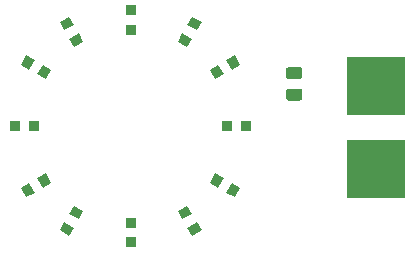
<source format=gts>
G04 #@! TF.GenerationSoftware,KiCad,Pcbnew,(5.1.8)-1*
G04 #@! TF.CreationDate,2021-07-03T11:30:39-04:00*
G04 #@! TF.ProjectId,K40-LED_PCB,4b34302d-4c45-4445-9f50-43422e6b6963,rev?*
G04 #@! TF.SameCoordinates,Original*
G04 #@! TF.FileFunction,Soldermask,Top*
G04 #@! TF.FilePolarity,Negative*
%FSLAX46Y46*%
G04 Gerber Fmt 4.6, Leading zero omitted, Abs format (unit mm)*
G04 Created by KiCad (PCBNEW (5.1.8)-1) date 2021-07-03 11:30:39*
%MOMM*%
%LPD*%
G01*
G04 APERTURE LIST*
%ADD10R,5.000000X5.000000*%
%ADD11C,0.100000*%
%ADD12R,0.810000X0.930000*%
%ADD13R,0.930000X0.810000*%
G04 APERTURE END LIST*
G36*
G01*
X91300001Y-69000000D02*
X90399999Y-69000000D01*
G75*
G02*
X90150000Y-68750001I0J249999D01*
G01*
X90150000Y-68224999D01*
G75*
G02*
X90399999Y-67975000I249999J0D01*
G01*
X91300001Y-67975000D01*
G75*
G02*
X91550000Y-68224999I0J-249999D01*
G01*
X91550000Y-68750001D01*
G75*
G02*
X91300001Y-69000000I-249999J0D01*
G01*
G37*
G36*
G01*
X91300001Y-70825000D02*
X90399999Y-70825000D01*
G75*
G02*
X90150000Y-70575001I0J249999D01*
G01*
X90150000Y-70049999D01*
G75*
G02*
X90399999Y-69800000I249999J0D01*
G01*
X91300001Y-69800000D01*
G75*
G02*
X91550000Y-70049999I0J-249999D01*
G01*
X91550000Y-70575001D01*
G75*
G02*
X91300001Y-70825000I-249999J0D01*
G01*
G37*
D10*
X97743000Y-76595000D03*
X97743000Y-69595000D03*
D11*
G36*
X85118241Y-78605202D02*
G01*
X85583241Y-77799798D01*
X86284721Y-78204798D01*
X85819721Y-79010202D01*
X85118241Y-78605202D01*
G37*
G36*
X83715279Y-77795202D02*
G01*
X84180279Y-76989798D01*
X84881759Y-77394798D01*
X84416759Y-78200202D01*
X83715279Y-77795202D01*
G37*
G36*
X68416759Y-77799798D02*
G01*
X68881759Y-78605202D01*
X68180279Y-79010202D01*
X67715279Y-78204798D01*
X68416759Y-77799798D01*
G37*
G36*
X69819721Y-76989798D02*
G01*
X70284721Y-77795202D01*
X69583241Y-78200202D01*
X69118241Y-77394798D01*
X69819721Y-76989798D01*
G37*
D12*
X85190000Y-73000000D03*
X86810000Y-73000000D03*
D11*
G36*
X80989798Y-80180279D02*
G01*
X81795202Y-79715279D01*
X82200202Y-80416759D01*
X81394798Y-80881759D01*
X80989798Y-80180279D01*
G37*
G36*
X81799798Y-81583241D02*
G01*
X82605202Y-81118241D01*
X83010202Y-81819721D01*
X82204798Y-82284721D01*
X81799798Y-81583241D01*
G37*
D12*
X68810000Y-73000000D03*
X67190000Y-73000000D03*
D11*
G36*
X84180279Y-69010202D02*
G01*
X83715279Y-68204798D01*
X84416759Y-67799798D01*
X84881759Y-68605202D01*
X84180279Y-69010202D01*
G37*
G36*
X85583241Y-68200202D02*
G01*
X85118241Y-67394798D01*
X85819721Y-66989798D01*
X86284721Y-67795202D01*
X85583241Y-68200202D01*
G37*
D13*
X77000000Y-81190000D03*
X77000000Y-82810000D03*
D11*
G36*
X70284721Y-68204798D02*
G01*
X69819721Y-69010202D01*
X69118241Y-68605202D01*
X69583241Y-67799798D01*
X70284721Y-68204798D01*
G37*
G36*
X68881759Y-67394798D02*
G01*
X68416759Y-68200202D01*
X67715279Y-67795202D01*
X68180279Y-66989798D01*
X68881759Y-67394798D01*
G37*
G36*
X81795202Y-66284721D02*
G01*
X80989798Y-65819721D01*
X81394798Y-65118241D01*
X82200202Y-65583241D01*
X81795202Y-66284721D01*
G37*
G36*
X82605202Y-64881759D02*
G01*
X81799798Y-64416759D01*
X82204798Y-63715279D01*
X83010202Y-64180279D01*
X82605202Y-64881759D01*
G37*
G36*
X72204798Y-79715279D02*
G01*
X73010202Y-80180279D01*
X72605202Y-80881759D01*
X71799798Y-80416759D01*
X72204798Y-79715279D01*
G37*
G36*
X71394798Y-81118241D02*
G01*
X72200202Y-81583241D01*
X71795202Y-82284721D01*
X70989798Y-81819721D01*
X71394798Y-81118241D01*
G37*
G36*
X72200202Y-64416759D02*
G01*
X71394798Y-64881759D01*
X70989798Y-64180279D01*
X71795202Y-63715279D01*
X72200202Y-64416759D01*
G37*
G36*
X73010202Y-65819721D02*
G01*
X72204798Y-66284721D01*
X71799798Y-65583241D01*
X72605202Y-65118241D01*
X73010202Y-65819721D01*
G37*
D13*
X77000000Y-63190000D03*
X77000000Y-64810000D03*
M02*

</source>
